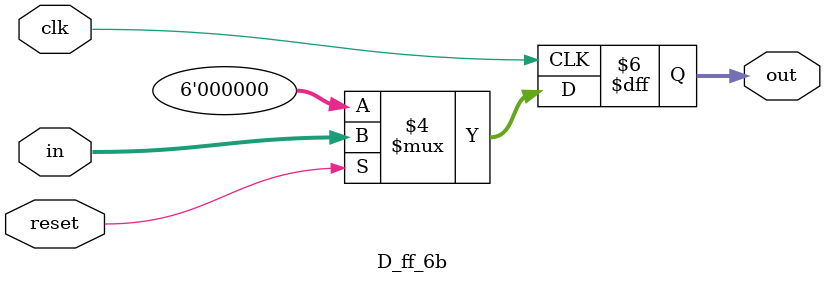
<source format=v>
module D_ff_6b(in,out,clk,reset);
  
  input clk, reset;
  input [5:0]in;
  output reg[5:0]out;
  
  always@(posedge clk)
  begin
    if(~reset)
      out <= 6'b0;
    else
      out <= in;
  end
endmodule



</source>
